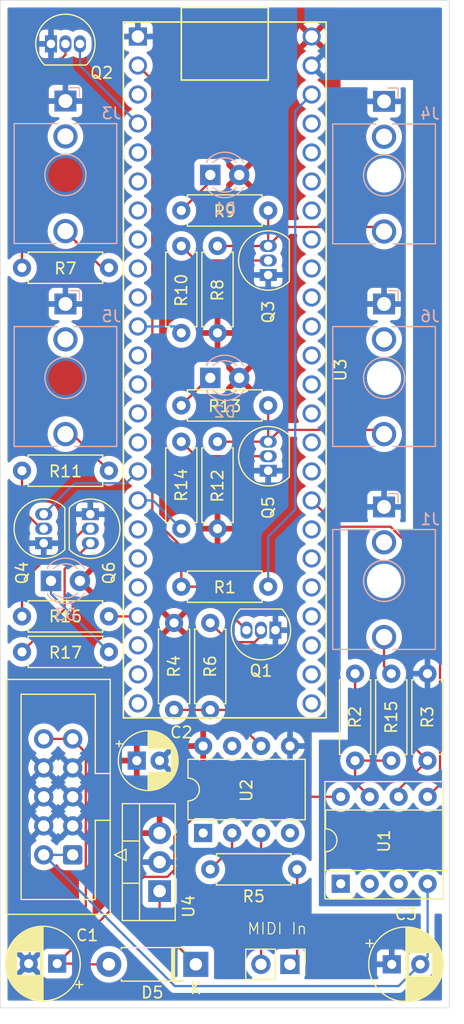
<source format=kicad_pcb>
(kicad_pcb (version 20240108) (generator "pcbnew") (generator_version "8.0")
  (layers (0 "F.Cu" signal) (31 "B.Cu" signal) (34 "B.Paste" user) (35 "F.Paste" user) (36 "B.SilkS" user "B.Silkscreen") (37 "F.SilkS" user "F.Silkscreen") (38 "B.Mask" user) (39 "F.Mask" user) (44 "Edge.Cuts" user))
  (net 0 "")
  (net 1 "GNDD")
  (net 2 "+12V")
  (net 3 "+5V")
  (net 4 "-12V")
  (net 5 "Net-(D1-K)")
  (net 6 "+3V3")
  (net 7 "Net-(D2-K)")
  (net 8 "MIDI In")
  (net 9 "Net-(Q1-B)")
  (net 10 "Clock In")
  (net 11 "Net-(Q2-B)")
  (net 12 "Net-(Q3-C)")
  (net 13 "Net-(Q3-B)")
  (net 14 "Reset In")
  (net 15 "Net-(Q4-B)")
  (net 16 "Net-(Q5-C)")
  (net 17 "Net-(Q5-B)")
  (net 18 "Net-(R15-Pad1)")
  (net 19 "GNDA")
  (net 20 "Net-(U2-VO)")
  (net 21 "Net-(U2-A)")
  (net 22 "Net-(J2-Pin_1)")
  (net 23 "Net-(J3-PadT)")
  (net 24 "Gate Out")
  (net 25 "Net-(J5-PadT)")
  (net 26 "Trigger Out")
  (net 27 "Net-(J1-PadT)")
  (net 28 "CV Out")
  (net 30 "Net-(J2-Pin_2)")
  (net 34 "Net-(D3-K)")
  (net 65 "Net-(Q6-B)")
  (net 66 "Net-(Q6-C)")
  (net 67 "Hold LED")
  (net 68 "Net-(U1B--)")
  (net 74 "Net-(D4-K)")
  (footprint "Diode_THT:D_DO-41_SOD81_P7.62mm_Horizontal" (layer "F.Cu") (at 88.265 115.57 180)
    (property "Reference" "D5" (at 3.81 -2.47 360) (layer "F.SilkS"))
    (property "Value" "1N4004")
    (fp_text user "K" (at 0 -2.1 360) (layer "F.SilkS"))
    (pad "1" thru_hole rect (at 0 0 180) (size 2.2 2.2) (drill 1.1) (layers "*.Cu" "*.Mask") (net 74 "Net-(D4-K)"))
    (pad "2" thru_hole oval (at 7.62 0 180) (size 2.2 2.2) (drill 1.1) (layers "*.Cu" "*.Mask") (net 2 "+12V"))
  )
  (footprint "Resistor_THT:R_Axial_DIN0207_L6.3mm_D2.5mm_P7.62mm_Horizontal" (layer "F.Cu") (at 86.36 85.66 -90)
    (property "Reference" "R4" (at 3.81 0 90) (layer "F.SilkS"))
    (property "Value" "1k")
    (pad "1" thru_hole circle (at 0 0 270) (size 1.6 1.6) (drill 0.8) (layers "*.Cu" "*.Mask") (net 3 "+5V"))
    (pad "2" thru_hole oval (at 7.62 0 270) (size 1.6 1.6) (drill 0.8) (layers "*.Cu" "*.Mask") (net 20 "Net-(U2-VO)"))
  )
  (footprint "Resistor_THT:R_Axial_DIN0207_L6.3mm_D2.5mm_P7.62mm_Horizontal" (layer "F.Cu") (at 73.025 72.325)
    (property "Reference" "R11" (at 3.81 0.065 360) (layer "F.SilkS"))
    (property "Value" "1k")
    (pad "1" thru_hole circle (at 0 0) (size 1.6 1.6) (drill 0.8) (layers "*.Cu" "*.Mask") (net 15 "Net-(Q4-B)"))
    (pad "2" thru_hole oval (at 7.62 0) (size 1.6 1.6) (drill 0.8) (layers "*.Cu" "*.Mask") (net 25 "Net-(J5-PadT)"))
  )
  (footprint "Resistor_THT:R_Axial_DIN0207_L6.3mm_D2.5mm_P7.62mm_Horizontal" (layer "F.Cu") (at 80.645 88.2 180)
    (property "Reference" "R17" (at 3.81 -0.065 360) (layer "F.SilkS"))
    (property "Value" "2k2")
    (pad "1" thru_hole circle (at 0 0 180) (size 1.6 1.6) (drill 0.8) (layers "*.Cu" "*.Mask") (net 34 "Net-(D3-K)"))
    (pad "2" thru_hole oval (at 7.62 0 180) (size 1.6 1.6) (drill 0.8) (layers "*.Cu" "*.Mask") (net 66 "Net-(Q6-C)"))
  )
  (footprint "Package_TO_SOT_THT:TO-92_Inline" (layer "F.Cu") (at 79.015 76.135 -90)
    (property "Reference" "Q6" (at 5.145 -1.63 90) (layer "F.SilkS"))
    (property "Value" "2N3904")
    (pad "1" thru_hole rect (at 0 0 270) (size 1.05 1.5) (drill 0.75) (layers "*.Cu" "*.Mask") (net 1 "GNDD"))
    (pad "2" thru_hole oval (at 1.27 0 270) (size 1.05 1.5) (drill 0.75) (layers "*.Cu" "*.Mask") (net 65 "Net-(Q6-B)"))
    (pad "3" thru_hole oval (at 2.54 0 270) (size 1.05 1.5) (drill 0.75) (layers "*.Cu" "*.Mask") (net 66 "Net-(Q6-C)"))
  )
  (footprint "Resistor_THT:R_Axial_DIN0207_L6.3mm_D2.5mm_P7.62mm_Horizontal" (layer "F.Cu") (at 90.17 69.785 -90)
    (property "Reference" "R12" (at 3.875 0 90) (layer "F.SilkS"))
    (property "Value" "1k")
    (pad "1" thru_hole circle (at 0 0 270) (size 1.6 1.6) (drill 0.8) (layers "*.Cu" "*.Mask") (net 16 "Net-(Q5-C)"))
    (pad "2" thru_hole oval (at 7.62 0 270) (size 1.6 1.6) (drill 0.8) (layers "*.Cu" "*.Mask") (net 3 "+5V"))
  )
  (footprint "Resistor_THT:R_Axial_DIN0207_L6.3mm_D2.5mm_P7.62mm_Horizontal" (layer "F.Cu") (at 89.535 93.28 90)
    (property "Reference" "R6" (at 3.81 0 90) (layer "F.SilkS"))
    (property "Value" "2k7")
    (pad "1" thru_hole circle (at 0 0 90) (size 1.6 1.6) (drill 0.8) (layers "*.Cu" "*.Mask") (net 20 "Net-(U2-VO)"))
    (pad "2" thru_hole oval (at 7.62 0 90) (size 1.6 1.6) (drill 0.8) (layers "*.Cu" "*.Mask") (net 9 "Net-(Q1-B)"))
  )
  (footprint "Connector_PinHeader_2.54mm:PinHeader_1x02_P2.54mm_Vertical" (layer "F.Cu") (at 96.52 115.57 -90)
    (property "Reference" "J2" (hide yes))
    (property "Value" "MIDI In")
    (pad "1" thru_hole rect (at 0 0 270) (size 1.7 1.7) (drill 1) (layers "*.Cu" "*.Mask") (net 22 "Net-(J2-Pin_1)"))
    (pad "2" thru_hole oval (at 0 2.54 270) (size 1.7 1.7) (drill 1) (layers "*.Cu" "*.Mask") (net 30 "Net-(J2-Pin_2)"))
  )
  (footprint "Resistor_THT:R_Axial_DIN0207_L6.3mm_D2.5mm_P7.62mm_Horizontal" (layer "F.Cu") (at 105.41 97.725 90)
    (property "Reference" "R15" (at 3.81 0 90) (layer "F.SilkS"))
    (property "Value" "1k")
    (pad "1" thru_hole circle (at 0 0 90) (size 1.6 1.6) (drill 0.8) (layers "*.Cu" "*.Mask") (net 18 "Net-(R15-Pad1)"))
    (pad "2" thru_hole oval (at 7.62 0 90) (size 1.6 1.6) (drill 0.8) (layers "*.Cu" "*.Mask") (net 27 "Net-(J1-PadT)"))
  )
  (footprint "Capacitor_THT:CP_Radial_D6.3mm_P2.50mm" (layer "F.Cu") (at 76.11238 115.505 180)
    (property "Reference" "C1" (at -2.62762 2.475 360) (layer "F.SilkS"))
    (property "Value" "100u")
    (pad "1" thru_hole rect (at 0 0 180) (size 1.6 1.6) (drill 0.8) (layers "*.Cu" "*.Mask") (net 2 "+12V"))
    (pad "2" thru_hole circle (at 2.5 0 180) (size 1.6 1.6) (drill 0.8) (layers "*.Cu" "*.Mask") (net 1 "GNDD"))
  )
  (footprint "Resistor_THT:R_Axial_DIN0207_L6.3mm_D2.5mm_P7.62mm_Horizontal" (layer "F.Cu") (at 86.995 66.61)
    (property "Reference" "R13" (at 3.81 0.065 0) (layer "F.SilkS"))
    (property "Value" "2k2")
    (pad "1" thru_hole circle (at 0 0) (size 1.6 1.6) (drill 0.8) (layers "*.Cu" "*.Mask") (net 7 "Net-(D2-K)"))
    (pad "2" thru_hole oval (at 7.62 0) (size 1.6 1.6) (drill 0.8) (layers "*.Cu" "*.Mask") (net 16 "Net-(Q5-C)"))
  )
  (footprint "Resistor_THT:R_Axial_DIN0207_L6.3mm_D2.5mm_P7.62mm_Horizontal" (layer "F.Cu") (at 97.155 107.25 180)
    (property "Reference" "R5" (at 3.81 -2.37 360) (layer "F.SilkS"))
    (property "Value" "330R")
    (pad "1" thru_hole circle (at 0 0 180) (size 1.6 1.6) (drill 0.8) (layers "*.Cu" "*.Mask") (net 22 "Net-(J2-Pin_1)"))
    (pad "2" thru_hole oval (at 7.62 0 180) (size 1.6 1.6) (drill 0.8) (layers "*.Cu" "*.Mask") (net 21 "Net-(U2-A)"))
  )
  (footprint "Connector_IDC:IDC-Header_2x05_P2.54mm_Vertical" (layer "F.Cu") (at 77.47 105.98 180)
    (property "Reference" "J7" (hide yes))
    (property "Value" "Power In")
    (pad "1" thru_hole roundrect (at 0 0 180) (size 1.7 1.7) (drill 1) (layers "*.Cu" "*.Mask") (roundrect_rratio 0.147059) (net 4 "-12V"))
    (pad "2" thru_hole circle (at 2.54 0 180) (size 1.7 1.7) (drill 1) (layers "*.Cu" "*.Mask") (net 4 "-12V"))
    (pad "3" thru_hole circle (at 0 2.54 180) (size 1.7 1.7) (drill 1) (layers "*.Cu" "*.Mask") (net 1 "GNDD"))
    (pad "4" thru_hole circle (at 2.54 2.54 180) (size 1.7 1.7) (drill 1) (layers "*.Cu" "*.Mask") (net 1 "GNDD"))
    (pad "5" thru_hole circle (at 0 5.08 180) (size 1.7 1.7) (drill 1) (layers "*.Cu" "*.Mask") (net 1 "GNDD"))
    (pad "6" thru_hole circle (at 2.54 5.08 180) (size 1.7 1.7) (drill 1) (layers "*.Cu" "*.Mask") (net 1 "GNDD"))
    (pad "7" thru_hole circle (at 0 7.62 180) (size 1.7 1.7) (drill 1) (layers "*.Cu" "*.Mask") (net 1 "GNDD"))
    (pad "8" thru_hole circle (at 2.54 7.62 180) (size 1.7 1.7) (drill 1) (layers "*.Cu" "*.Mask") (net 1 "GNDD"))
    (pad "9" thru_hole circle (at 0 10.16 180) (size 1.7 1.7) (drill 1) (layers "*.Cu" "*.Mask") (net 2 "+12V"))
    (pad "10" thru_hole circle (at 2.54 10.16 180) (size 1.7 1.7) (drill 1) (layers "*.Cu" "*.Mask") (net 2 "+12V"))
  )
  (footprint "Resistor_THT:R_Axial_DIN0207_L6.3mm_D2.5mm_P7.62mm_Horizontal" (layer "F.Cu") (at 86.995 77.405 90)
    (property "Reference" "R14" (at 3.81 0 90) (layer "F.SilkS"))
    (property "Value" "1k")
    (pad "1" thru_hole circle (at 0 0 90) (size 1.6 1.6) (drill 0.8) (layers "*.Cu" "*.Mask") (net 26 "Trigger Out"))
    (pad "2" thru_hole oval (at 7.62 0 90) (size 1.6 1.6) (drill 0.8) (layers "*.Cu" "*.Mask") (net 17 "Net-(Q5-B)"))
  )
  (footprint "Resistor_THT:R_Axial_DIN0207_L6.3mm_D2.5mm_P7.62mm_Horizontal" (layer "F.Cu") (at 80.645 85.09 180)
    (property "Reference" "R16" (at 3.81 0 360) (layer "F.SilkS"))
    (property "Value" "1k")
    (pad "1" thru_hole circle (at 0 0 180) (size 1.6 1.6) (drill 0.8) (layers "*.Cu" "*.Mask") (net 67 "Hold LED"))
    (pad "2" thru_hole oval (at 7.62 0 180) (size 1.6 1.6) (drill 0.8) (layers "*.Cu" "*.Mask") (net 65 "Net-(Q6-B)"))
  )
  (footprint "Package_TO_SOT_THT:TO-92_Inline" (layer "F.Cu") (at 94.615 55.18 90)
    (property "Reference" "Q3" (at -3.24 0 90) (layer "F.SilkS"))
    (property "Value" "2N3904")
    (pad "1" thru_hole rect (at 0 0 90) (size 1.05 1.5) (drill 0.75) (layers "*.Cu" "*.Mask") (net 1 "GNDD"))
    (pad "2" thru_hole oval (at 1.27 0 90) (size 1.05 1.5) (drill 0.75) (layers "*.Cu" "*.Mask") (net 13 "Net-(Q3-B)"))
    (pad "3" thru_hole oval (at 2.54 0 90) (size 1.05 1.5) (drill 0.75) (layers "*.Cu" "*.Mask") (net 12 "Net-(Q3-C)"))
  )
  (footprint "Resistor_THT:R_Axial_DIN0207_L6.3mm_D2.5mm_P7.62mm_Horizontal" (layer "F.Cu") (at 94.615 82.485 180)
    (property "Reference" "R1" (at 3.81 -0.065 360) (layer "F.SilkS"))
    (property "Value" "10k")
    (pad "1" thru_hole circle (at 0 0 180) (size 1.6 1.6) (drill 0.8) (layers "*.Cu" "*.Mask") (net 6 "+3V3"))
    (pad "2" thru_hole oval (at 7.62 0 180) (size 1.6 1.6) (drill 0.8) (layers "*.Cu" "*.Mask") (net 8 "MIDI In"))
  )
  (footprint "Package_DIP:DIP-8_W7.62mm_Socket" (layer "F.Cu") (at 100.975 108.51 90)
    (property "Reference" "U1" (at 3.735 3.8 90) (layer "F.SilkS"))
    (property "Value" "TL072")
    (pad "1" thru_hole rect (at 0 0 90) (size 1.6 1.6) (drill 0.8) (layers "*.Cu" "*.Mask"))
    (pad "2" thru_hole oval (at 0 2.54 90) (size 1.6 1.6) (drill 0.8) (layers "*.Cu" "*.Mask"))
    (pad "3" thru_hole oval (at 0 5.08 90) (size 1.6 1.6) (drill 0.8) (layers "*.Cu" "*.Mask"))
    (pad "4" thru_hole oval (at 0 7.62 90) (size 1.6 1.6) (drill 0.8) (layers "*.Cu" "*.Mask") (net 4 "-12V"))
    (pad "5" thru_hole oval (at 7.62 7.62 90) (size 1.6 1.6) (drill 0.8) (layers "*.Cu" "*.Mask") (net 28 "CV Out"))
    (pad "6" thru_hole oval (at 7.62 5.08 90) (size 1.6 1.6) (drill 0.8) (layers "*.Cu" "*.Mask") (net 68 "Net-(U1B--)"))
    (pad "7" thru_hole oval (at 7.62 2.54 90) (size 1.6 1.6) (drill 0.8) (layers "*.Cu" "*.Mask") (net 18 "Net-(R15-Pad1)"))
    (pad "8" thru_hole oval (at 7.62 0 90) (size 1.6 1.6) (drill 0.8) (layers "*.Cu" "*.Mask") (net 2 "+12V"))
  )
  (footprint "Resistor_THT:R_Axial_DIN0207_L6.3mm_D2.5mm_P7.62mm_Horizontal" (layer "F.Cu") (at 86.995 49.53)
    (property "Reference" "R9" (at 3.81 0.065 360) (layer "F.SilkS"))
    (property "Value" "2k2")
    (pad "1" thru_hole circle (at 0 0) (size 1.6 1.6) (drill 0.8) (layers "*.Cu" "*.Mask") (net 5 "Net-(D1-K)"))
    (pad "2" thru_hole oval (at 7.62 0) (size 1.6 1.6) (drill 0.8) (layers "*.Cu" "*.Mask") (net 12 "Net-(Q3-C)"))
  )
  (footprint "teensy:Teensy35_36" (layer "F.Cu") (at 90.805 63.5 -90)
    (property "Reference" "U3" (at 0 -10.16 90) (layer "F.SilkS"))
    (property "Value" "Teensy3.6")
    (pad "1" thru_hole rect (at -29.21 7.62 270) (size 1.6 1.6) (drill 1.1) (layers "*.Cu" "*.Mask") (net 1 "GNDD"))
    (pad "2" thru_hole circle (at -26.67 7.62 270) (size 1.6 1.6) (drill 1.1) (layers "*.Cu" "*.Mask") (net 8 "MIDI In"))
    (pad "3" thru_hole circle (at -24.13 7.62 270) (size 1.6 1.6) (drill 1.1) (layers "*.Cu" "*.Mask"))
    (pad "4" thru_hole circle (at -21.59 7.62 270) (size 1.6 1.6) (drill 1.1) (layers "*.Cu" "*.Mask") (net 10 "Clock In"))
    (pad "5" thru_hole circle (at -19.05 7.62 270) (size 1.6 1.6) (drill 1.1) (layers "*.Cu" "*.Mask"))
    (pad "6" thru_hole circle (at -16.51 7.62 270) (size 1.6 1.6) (drill 1.1) (layers "*.Cu" "*.Mask"))
    (pad "7" thru_hole circle (at -13.97 7.62 270) (size 1.6 1.6) (drill 1.1) (layers "*.Cu" "*.Mask"))
    (pad "8" thru_hole circle (at -11.43 7.62 270) (size 1.6 1.6) (drill 1.1) (layers "*.Cu" "*.Mask"))
    (pad "9" thru_hole circle (at -8.89 7.62 270) (size 1.6 1.6) (drill 1.1) (layers "*.Cu" "*.Mask"))
    (pad "10" thru_hole circle (at -6.35 7.62 270) (size 1.6 1.6) (drill 1.1) (layers "*.Cu" "*.Mask"))
    (pad "11" thru_hole circle (at -3.81 7.62 270) (size 1.6 1.6) (drill 1.1) (layers "*.Cu" "*.Mask") (net 24 "Gate Out"))
    (pad "12" thru_hole circle (at -1.27 7.62 270) (size 1.6 1.6) (drill 1.1) (layers "*.Cu" "*.Mask"))
    (pad "13" thru_hole circle (at 1.27 7.62 270) (size 1.6 1.6) (drill 1.1) (layers "*.Cu" "*.Mask"))
    (pad "14" thru_hole circle (at 3.81 7.62 270) (size 1.6 1.6) (drill 1.1) (layers "*.Cu" "*.Mask"))
    (pad "15" thru_hole circle (at 6.35 7.62 270) (size 1.6 1.6) (drill 1.1) (layers "*.Cu" "*.Mask"))
    (pad "16" thru_hole circle (at 8.89 7.62 270) (size 1.6 1.6) (drill 1.1) (layers "*.Cu" "*.Mask") (net 14 "Reset In"))
    (pad "17" thru_hole circle (at 11.43 7.62 270) (size 1.6 1.6) (drill 1.1) (layers "*.Cu" "*.Mask") (net 26 "Trigger Out"))
    (pad "18" thru_hole circle (at 13.97 7.62 270) (size 1.6 1.6) (drill 1.1) (layers "*.Cu" "*.Mask"))
    (pad "19" thru_hole circle (at 16.51 7.62 270) (size 1.6 1.6) (drill 1.1) (layers "*.Cu" "*.Mask"))
    (pad "20" thru_hole circle (at 19.05 7.62 270) (size 1.6 1.6) (drill 1.1) (layers "*.Cu" "*.Mask"))
    (pad "21" thru_hole circle (at 21.59 7.62 270) (size 1.6 1.6) (drill 1.1) (layers "*.Cu" "*.Mask") (net 67 "Hold LED"))
    (pad "22" thru_hole circle (at 24.13 7.62 270) (size 1.6 1.6) (drill 1.1) (layers "*.Cu" "*.Mask"))
    (pad "23" thru_hole circle (at 26.67 7.62 270) (size 1.6 1.6) (drill 1.1) (layers "*.Cu" "*.Mask"))
    (pad "24" thru_hole circle (at 29.21 7.62 270) (size 1.6 1.6) (drill 1.1) (layers "*.Cu" "*.Mask"))
    (pad "30" thru_hole circle (at 29.21 -7.62 270) (size 1.6 1.6) (drill 1.1) (layers "*.Cu" "*.Mask"))
    (pad "31" thru_hole circle (at 26.67 -7.62 270) (size 1.6 1.6) (drill 1.1) (layers "*.Cu" "*.Mask"))
    (pad "32" thru_hole circle (at 24.13 -7.62 270) (size 1.6 1.6) (drill 1.1) (layers "*.Cu" "*.Mask"))
    (pad "33" thru_hole circle (at 21.59 -7.62 270) (size 1.6 1.6) (drill 1.1) (layers "*.Cu" "*.Mask"))
    (pad "34" thru_hole circle (at 19.05 -7.62 270) (size 1.6 1.6) (drill 1.1) (layers "*.Cu" "*.Mask"))
    (pad "35" thru_hole circle (at 16.51 -7.62 270) (size 1.6 1.6) (drill 1.1) (layers "*.Cu" "*.Mask"))
    (pad "36" thru_hole circle (at 13.97 -7.62 270) (size 1.6 1.6) (drill 1.1) (layers "*.Cu" "*.Mask"))
    (pad "37" thru_hole circle (at 11.43 -7.62 270) (size 1.6 1.6) (drill 1.1) (layers "*.Cu" "*.Mask") (net 28 "CV Out"))
    (pad "38" thru_hole circle (at 8.89 -7.62 270) (size 1.6 1.6) (drill 1.1) (layers "*.Cu" "*.Mask"))
    (pad "39" thru_hole circle (at 6.35 -7.62 270) (size 1.6 1.6) (drill 1.1) (layers "*.Cu" "*.Mask"))
    (pad "40" thru_hole circle (at 3.81 -7.62 270) (size 1.6 1.6) (drill 1.1) (layers "*.Cu" "*.Mask"))
    (pad "41" thru_hole circle (at 1.27 -7.62 270) (size 1.6 1.6) (drill 1.1) (layers "*.Cu" "*.Mask"))
    (pad "42" thru_hole circle (at -1.27 -7.62 270) (size 1.6 1.6) (drill 1.1) (layers "*.Cu" "*.Mask"))
    (pad "43" thru_hole circle (at -3.81 -7.62 270) (size 1.6 1.6) (drill 1.1) (layers "*.Cu" "*.Mask"))
    (pad "44" thru_hole circle (at -6.35 -7.62 270) (size 1.6 1.6) (drill 1.1) (layers "*.Cu" "*.Mask"))
    (pad "45" thru_hole circle (at -8.89 -7.62 270) (size 1.6 1.6) (drill 1.1) (layers "*.Cu" "*.Mask"))
    (pad "46" thru_hole circle (at -11.43 -7.62 270) (size 1.6 1.6) (drill 1.1) (layers "*.Cu" "*.Mask"))
    (pad "47" thru_hole circle (at -13.97 -7.62 270) (size 1.6 1.6) (drill 1.1) (layers "*.Cu" "*.Mask"))
    (pad "48" thru_hole circle (at -16.51 -7.62 270) (size 1.6 1.6) (drill 1.1) (layers "*.Cu" "*.Mask"))
    (pad "49" thru_hole circle (at -19.05 -7.62 270) (size 1.6 1.6) (drill 1.1) (layers "*.Cu" "*.Mask"))
    (pad "50" thru_hole circle (at -21.59 -7.62 270) (size 1.6 1.6) (drill 1.1) (layers "*.Cu" "*.Mask"))
    (pad "51" thru_hole circle (at -24.13 -7.62 270) (size 1.6 1.6) (drill 1.1) (layers "*.Cu" "*.Mask") (net 6 "+3V3"))
    (pad "52" thru_hole circle (at -26.67 -7.62 270) (size 1.6 1.6) (drill 1.1) (layers "*.Cu" "*.Mask") (net 19 "GNDA"))
    (pad "53" thru_hole circle (at -29.21 -7.62 270) (size 1.6 1.6) (drill 1.1) (layers "*.Cu" "*.Mask") (net 3 "+5V"))
  )
  (footprint "Package_TO_SOT_THT:TO-92_Inline" (layer "F.Cu") (at 74.93 78.675 90)
    (property "Reference" "Q4" (at -2.605 -1.905 90) (layer "F.SilkS"))
    (property "Value" "2N3904")
    (pad "1" thru_hole rect (at 0 0 90) (size 1.05 1.5) (drill 0.75) (layers "*.Cu" "*.Mask") (net 1 "GNDD"))
    (pad "2" thru_hole oval (at 1.27 0 90) (size 1.05 1.5) (drill 0.75) (layers "*.Cu" "*.Mask") (net 15 "Net-(Q4-B)"))
    (pad "3" thru_hole oval (at 2.54 0 90) (size 1.05 1.5) (drill 0.75) (layers "*.Cu" "*.Mask") (net 14 "Reset In"))
  )
  (footprint "Capacitor_THT:CP_Radial_D5.0mm_P2.00mm" (layer "F.Cu") (at 83.09 97.725)
    (property "Reference" "C2" (at 3.905 -2.475 0) (layer "F.SilkS"))
    (property "Value" "10u")
    (pad "1" thru_hole rect (at 0 0) (size 1.6 1.6) (drill 0.8) (layers "*.Cu" "*.Mask") (net 3 "+5V"))
    (pad "2" thru_hole circle (at 2 0) (size 1.6 1.6) (drill 0.8) (layers "*.Cu" "*.Mask") (net 1 "GNDD"))
  )
  (footprint "Resistor_THT:R_Axial_DIN0207_L6.3mm_D2.5mm_P7.62mm_Horizontal" (layer "F.Cu") (at 90.17 52.64 -90)
    (property "Reference" "R8" (at 3.875 0 90) (layer "F.SilkS"))
    (property "Value" "1k")
    (pad "1" thru_hole circle (at 0 0 270) (size 1.6 1.6) (drill 0.8) (layers "*.Cu" "*.Mask") (net 12 "Net-(Q3-C)"))
    (pad "2" thru_hole oval (at 7.62 0 270) (size 1.6 1.6) (drill 0.8) (layers "*.Cu" "*.Mask") (net 3 "+5V"))
  )
  (footprint "Package_TO_SOT_THT:TO-92_Inline" (layer "F.Cu") (at 75.565 34.935)
    (property "Reference" "Q2" (at 4.445 2.53 0) (layer "F.SilkS"))
    (property "Value" "2N3904")
    (pad "1" thru_hole rect (at 0 0) (size 1.05 1.5) (drill 0.75) (layers "*.Cu" "*.Mask") (net 1 "GNDD"))
    (pad "2" thru_hole oval (at 1.27 0) (size 1.05 1.5) (drill 0.75) (layers "*.Cu" "*.Mask") (net 11 "Net-(Q2-B)"))
    (pad "3" thru_hole oval (at 2.54 0) (size 1.05 1.5) (drill 0.75) (layers "*.Cu" "*.Mask") (net 10 "Clock In"))
  )
  (footprint "Package_TO_SOT_THT:TO-220-3_Vertical" (layer "F.Cu") (at 85.09 109.155 90)
    (property "Reference" "U4" (at -1.335 2.54 90) (layer "F.SilkS"))
    (property "Value" "LM7805_TO220")
    (pad "1" thru_hole rect (at 0 0 90) (size 1.905 2) (drill 1.1) (layers "*.Cu" "*.Mask") (net 74 "Net-(D4-K)"))
    (pad "2" thru_hole oval (at 2.54 0 90) (size 1.905 2) (drill 1.1) (layers "*.Cu" "*.Mask") (net 1 "GNDD"))
    (pad "3" thru_hole oval (at 5.08 0 90) (size 1.905 2) (drill 1.1) (layers "*.Cu" "*.Mask") (net 3 "+5V"))
  )
  (footprint "Resistor_THT:R_Axial_DIN0207_L6.3mm_D2.5mm_P7.62mm_Horizontal" (layer "F.Cu") (at 73.025 54.545)
    (property "Reference" "R7" (at 3.81 0.065 0) (layer "F.SilkS"))
    (property "Value" "1k")
    (pad "1" thru_hole circle (at 0 0) (size 1.6 1.6) (drill 0.8) (layers "*.Cu" "*.Mask") (net 11 "Net-(Q2-B)"))
    (pad "2" thru_hole oval (at 7.62 0) (size 1.6 1.6) (drill 0.8) (layers "*.Cu" "*.Mask") (net 23 "Net-(J3-PadT)"))
  )
  (footprint "Package_DIP:DIP-8_W7.62mm" (layer "F.Cu") (at 88.91 104.065 90)
    (property "Reference" "U2" (at 3.735 3.8 90) (layer "F.SilkS"))
    (property "Value" "6N137")
    (pad "1" thru_hole rect (at 0 0 90) (size 1.6 1.6) (drill 0.8) (layers "*.Cu" "*.Mask"))
    (pad "2" thru_hole oval (at 0 2.54 90) (size 1.6 1.6) (drill 0.8) (layers "*.Cu" "*.Mask") (net 21 "Net-(U2-A)"))
    (pad "3" thru_hole oval (at 0 5.08 90) (size 1.6 1.6) (drill 0.8) (layers "*.Cu" "*.Mask") (net 30 "Net-(J2-Pin_2)"))
    (pad "4" thru_hole oval (at 0 7.62 90) (size 1.6 1.6) (drill 0.8) (layers "*.Cu" "*.Mask"))
    (pad "5" thru_hole oval (at 7.62 7.62 90) (size 1.6 1.6) (drill 0.8) (layers "*.Cu" "*.Mask") (net 1 "GNDD"))
    (pad "6" thru_hole oval (at 7.62 5.08 90) (size 1.6 1.6) (drill 0.8) (layers "*.Cu" "*.Mask") (net 20 "Net-(U2-VO)"))
    (pad "7" thru_hole oval (at 7.62 2.54 90) (size 1.6 1.6) (drill 0.8) (layers "*.Cu" "*.Mask"))
    (pad "8" thru_hole oval (at 7.62 0 90) (size 1.6 1.6) (drill 0.8) (layers "*.Cu" "*.Mask") (net 3 "+5V"))
  )
  (footprint "Capacitor_THT:CP_Radial_D6.3mm_P2.50mm" (layer "F.Cu") (at 105.45 115.57)
    (property "Reference" "C3" (at 1.25 -4.4 0) (layer "F.SilkS"))
    (property "Value" "100u")
    (pad "1" thru_hole rect (at 0 0) (size 1.6 1.6) (drill 0.8) (layers "*.Cu" "*.Mask") (net 1 "GNDD"))
    (pad "2" thru_hole circle (at 2.5 0) (size 1.6 1.6) (drill 0.8) (layers "*.Cu" "*.Mask") (net 4 "-12V"))
  )
  (footprint "Resistor_THT:R_Axial_DIN0207_L6.3mm_D2.5mm_P7.62mm_Horizontal" (layer "F.Cu") (at 102.235 90.105 -90)
    (property "Reference" "R2" (at 3.81 0 90) (layer "F.SilkS"))
    (property "Value" "3k9")
    (pad "1" thru_hole circle (at 0 0 270) (size 1.6 1.6) (drill 0.8) (layers "*.Cu" "*.Mask") (net 68 "Net-(U1B--)"))
    (pad "2" thru_hole oval (at 7.62 0 270) (size 1.6 1.6) (drill 0.8) (layers "*.Cu" "*.Mask") (net 18 "Net-(R15-Pad1)"))
  )
  (footprint "Package_TO_SOT_THT:TO-92_Inline" (layer "F.Cu") (at 94.615 72.325 90)
    (property "Reference" "Q5" (at -3.24 0 90) (layer "F.SilkS"))
    (property "Value" "2N3904")
    (pad "1" thru_hole rect (at 0 0 90) (size 1.05 1.5) (drill 0.75) (layers "*.Cu" "*.Mask") (net 1 "GNDD"))
    (pad "2" thru_hole oval (at 1.27 0 90) (size 1.05 1.5) (drill 0.75) (layers "*.Cu" "*.Mask") (net 17 "Net-(Q5-B)"))
    (pad "3" thru_hole oval (at 2.54 0 90) (size 1.05 1.5) (drill 0.75) (layers "*.Cu" "*.Mask") (net 16 "Net-(Q5-C)"))
  )
  (footprint "Resistor_THT:R_Axial_DIN0207_L6.3mm_D2.5mm_P7.62mm_Horizontal" (layer "F.Cu") (at 108.585 97.725 90)
    (property "Reference" "R3" (at 3.81 0 90) (layer "F.SilkS"))
    (property "Value" "6k8")
    (pad "1" thru_hole circle (at 0 0 90) (size 1.6 1.6) (drill 0.8) (layers "*.Cu" "*.Mask") (net 68 "Net-(U1B--)"))
    (pad "2" thru_hole oval (at 7.62 0 90) (size 1.6 1.6) (drill 0.8) (layers "*.Cu" "*.Mask") (net 19 "GNDA"))
  )
  (footprint "Package_TO_SOT_THT:TO-92_Inline" (layer "F.Cu") (at 95.25 86.295 180)
    (property "Reference" "Q1" (at 1.27 -3.56 360) (layer "F.SilkS"))
    (property "Value" "2N3904")
    (pad "1" thru_hole rect (at 0 0 180) (size 1.05 1.5) (drill 0.75) (layers "*.Cu" "*.Mask") (net 1 "GNDD"))
    (pad "2" thru_hole oval (at 1.27 0 180) (size 1.05 1.5) (drill 0.75) (layers "*.Cu" "*.Mask") (net 9 "Net-(Q1-B)"))
    (pad "3" thru_hole oval (at 2.54 0 180) (size 1.05 1.5) (drill 0.75) (layers "*.Cu" "*.Mask") (net 8 "MIDI In"))
  )
  (footprint "Resistor_THT:R_Axial_DIN0207_L6.3mm_D2.5mm_P7.62mm_Horizontal" (layer "F.Cu") (at 86.995 60.26 90)
    (property "Reference" "R10" (at 3.745 0 90) (layer "F.SilkS"))
    (property "Value" "1k")
    (pad "1" thru_hole circle (at 0 0 90) (size 1.6 1.6) (drill 0.8) (layers "*.Cu" "*.Mask") (net 24 "Gate Out"))
    (pad "2" thru_hole oval (at 7.62 0 90) (size 1.6 1.6) (drill 0.8) (layers "*.Cu" "*.Mask") (net 13 "Net-(Q3-B)"))
  )
  (footprint "Connector_Audio:Jack_3.5mm_QingPu_WQP-PJ398SM_Vertical_CircularHoles" (layer "B.Cu") (at 76.835 39.94 180)
    (property "Reference" "J3" (at -4.03 -1.08 360) (layer "B.SilkS") (effects (justify mirror)))
    (property "Value" "Clock In")
    (pad "S" thru_hole rect (at 0 0) (size 1.93 1.83) (drill 1.22) (layers "*.Cu" "*.Mask") (net 1 "GNDD"))
    (pad "T" thru_hole circle (at 0 -11.4) (size 2.13 2.13) (drill 1.43) (layers "*.Cu" "*.Mask") (net 23 "Net-(J3-PadT)"))
    (pad "TN" thru_hole circle (at 0 -3.1) (size 2.13 2.13) (drill 1.42) (layers "*.Cu" "*.Mask"))
    (zone (net 0) (net_name "") (layer "B.Cu") (connect_pads (clearance 0)) (min_thickness 0.254)
      (keepout (tracks not_allowed) (vias not_allowed) (pads not_allowed) (copperpour not_allowed) (footprints not_allowed))
      (fill (thermal_gap 0.508) (thermal_bridge_width 0.508))
      (polygon (pts (xy 75.329859 46.42) (xy 75.35007 46.174171) (xy 75.410159 45.934945) (xy 75.508514 45.708744) (xy 75.642492 45.501645) (xy 75.808496 45.31921) (xy 76.002068 45.166336) (xy 76.218008 45.047131) (xy 76.450518 44.964794) (xy 76.693354 44.921539) (xy 76.939993 44.918525) (xy 77.183813 44.955835) (xy 77.418266 45.032466) (xy 77.637054 45.14636) (xy 77.834303 45.294458) (xy 78.004714 45.472784) (xy 78.143712 45.676548) (xy 78.247564 45.900278) (xy 78.313481 46.137965) (xy 78.339692 46.383226) (xy 78.325493 46.629475) (xy 78.271266 46.870099) (xy 78.178468 47.098634) (xy 78.049589 47.308945) (xy 77.888092 47.495382) (xy 77.698313 47.652939) (xy 77.48535 47.777385) (xy 77.254921 47.865377) (xy 77.013215 47.914553) (xy 76.766722 47.923592) (xy 76.522064 47.89225) (xy 76.285809 47.82137) (xy 76.064303 47.712856) (xy 75.863495 47.569621) (xy 75.688777 47.395512) (xy 75.544842 47.195205) (xy 75.435555 46.974079) (xy 75.363851 46.738074) (xy 75.331656 46.493526)))
    )
  )
  (footprint "Connector_Audio:Jack_3.5mm_QingPu_WQP-PJ398SM_Vertical_CircularHoles" (layer "B.Cu") (at 104.775 57.72 180)
    (property "Reference" "J6" (at -4.03 -1.08 360) (layer "B.SilkS") (effects (justify mirror)))
    (property "Value" "Trigger Out")
    (pad "S" thru_hole rect (at 0 0) (size 1.93 1.83) (drill 1.22) (layers "*.Cu" "*.Mask") (net 1 "GNDD"))
    (pad "T" thru_hole circle (at 0 -11.4) (size 2.13 2.13) (drill 1.43) (layers "*.Cu" "*.Mask") (net 16 "Net-(Q5-C)"))
    (pad "TN" thru_hole circle (at 0 -3.1) (size 2.13 2.13) (drill 1.42) (layers "*.Cu" "*.Mask"))
    (zone (net 0) (net_name "") (layer "B.Cu") (connect_pads (clearance 0)) (min_thickness 0.254)
      (keepout (tracks not_allowed) (vias not_allowed) (pads not_allowed) (copperpour not_allowed) (footprints not_allowed))
      (fill (thermal_gap 0.508) (thermal_bridge_width 0.508))
      (polygon (pts (xy 103.269859 64.2) (xy 103.29007 63.954171) (xy 103.350159 63.714945) (xy 103.448514 63.488744) (xy 103.582492 63.281645) (xy 103.748496 63.09921) (xy 103.942068 62.946336) (xy 104.158008 62.827131) (xy 104.390518 62.744794) (xy 104.633354 62.701539) (xy 104.879993 62.698525) (xy 105.123813 62.735835) (xy 105.358266 62.812466) (xy 105.577054 62.92636) (xy 105.774303 63.074458) (xy 105.944714 63.252784) (xy 106.083712 63.456548) (xy 106.187564 63.680278) (xy 106.253481 63.917965) (xy 106.279692 64.163226) (xy 106.265493 64.409475) (xy 106.211266 64.650099) (xy 106.118468 64.878634) (xy 105.989589 65.088945) (xy 105.828092 65.275382) (xy 105.638313 65.432939) (xy 105.42535 65.557385) (xy 105.194921 65.645377) (xy 104.953215 65.694553) (xy 104.706722 65.703592) (xy 104.462064 65.67225) (xy 104.225809 65.60137) (xy 104.004303 65.492856) (xy 103.803495 65.349621) (xy 103.628777 65.175512) (xy 103.484842 64.975205) (xy 103.375555 64.754079) (xy 103.303851 64.518074) (xy 103.271656 64.273526)))
    )
  )
  (footprint "Connector_Audio:Jack_3.5mm_QingPu_WQP-PJ398SM_Vertical_CircularHoles" (layer "B.Cu") (at 104.775 75.5 180)
    (property "Reference" "J1" (at -4.03 -1.08 360) (layer "B.SilkS") (effects (justify mirror)))
    (property "Value" "CV Out")
    (pad "S" thru_hole rect (at 0 0) (size 1.93 1.83) (drill 1.22) (layers "*.Cu" "*.Mask") (net 1 "GNDD"))
    (pad "T" thru_hole circle (at 0 -11.4) (size 2.13 2.13) (drill 1.43) (layers "*.Cu" "*.Mask") (net 27 "Net-(J1-PadT)"))
    (pad "TN" thru_hole circle (at 0 -3.1) (size 2.13 2.13) (drill 1.42) (layers "*.Cu" "*.Mask"))
    (zone (net 0) (net_name "") (layer "B.Cu") (connect_pads (clearance 0)) (min_thickness 0.254)
      (keepout (tracks not_allowed) (vias not_allowed) (pads not_allowed) (copperpour not_allowed) (footprints not_allowed))
      (fill (thermal_gap 0.508) (thermal_bridge_width 0.508))
      (polygon (pts (xy 103.269859 81.98) (xy 103.29007 81.734171) (xy 103.350159 81.494945) (xy 103.448514 81.268744) (xy 103.582492 81.061645) (xy 103.748496 80.87921) (xy 103.942068 80.726336) (xy 104.158008 80.607131) (xy 104.390518 80.524794) (xy 104.633354 80.481539) (xy 104.879993 80.478525) (xy 105.123813 80.515835) (xy 105.358266 80.592466) (xy 105.577054 80.70636) (xy 105.774303 80.854458) (xy 105.944714 81.032784) (xy 106.083712 81.236548) (xy 106.187564 81.460278) (xy 106.253481 81.697965) (xy 106.279692 81.943226) (xy 106.265493 82.189475) (xy 106.211266 82.430099) (xy 106.118468 82.658634) (xy 105.989589 82.868945) (xy 105.828092 83.055382) (xy 105.638313 83.212939) (xy 105.42535 83.337385) (xy 105.194921 83.425377) (xy 104.953215 83.474553) (xy 104.706722 83.483592) (xy 104.462064 83.45225) (xy 104.225809 83.38137) (xy 104.004303 83.272856) (xy 103.803495 83.129621) (xy 103.628777 82.955512) (xy 103.484842 82.755205) (xy 103.375555 82.534079) (xy 103.303851 82.298074) (xy 103.271656 82.053526)))
    )
  )
  (footprint "LED_THT:LED_D3.0mm" (layer "B.Cu") (at 89.535 64.197)
    (property "Reference" "D2" (at 1.27 2.96 360) (layer "B.SilkS") (effects (justify mirror)))
    (property "Value" "LED")
    (pad "1" thru_hole rect (at 0 0) (size 1.8 1.8) (drill 0.9) (layers "*.Cu" "*.Mask") (net 7 "Net-(D2-K)"))
    (pad "2" thru_hole circle (at 2.54 0) (size 1.8 1.8) (drill 0.9) (layers "*.Cu" "*.Mask") (net 3 "+5V"))
  )
  (footprint "Connector_Audio:Jack_3.5mm_QingPu_WQP-PJ398SM_Vertical_CircularHoles" (layer "B.Cu") (at 76.835 57.72 180)
    (property "Reference" "J5" (at -4.03 -1.08 360) (layer "B.SilkS") (effects (justify mirror)))
    (property "Value" "Reset In")
    (pad "S" thru_hole rect (at 0 0) (size 1.93 1.83) (drill 1.22) (layers "*.Cu" "*.Mask") (net 1 "GNDD"))
    (pad "T" thru_hole circle (at 0 -11.4) (size 2.13 2.13) (drill 1.43) (layers "*.Cu" "*.Mask") (net 25 "Net-(J5-PadT)"))
    (pad "TN" thru_hole circle (at 0 -3.1) (size 2.13 2.13) (drill 1.42) (layers "*.Cu" "*.Mask"))
    (zone (net 0) (net_name "") (layer "B.Cu") (connect_pads (clearance 0)) (min_thickness 0.254)
      (keepout (tracks not_allowed) (vias not_allowed) (pads not_allowed) (copperpour not_allowed) (footprints not_allowed))
      (fill (thermal_gap 0.508) (thermal_bridge_width 0.508))
      (polygon (pts (xy 75.329859 64.2) (xy 75.35007 63.954171) (xy 75.410159 63.714945) (xy 75.508514 63.488744) (xy 75.642492 63.281645) (xy 75.808496 63.09921) (xy 76.002068 62.946336) (xy 76.218008 62.827131) (xy 76.450518 62.744794) (xy 76.693354 62.701539) (xy 76.939993 62.698525) (xy 77.183813 62.735835) (xy 77.418266 62.812466) (xy 77.637054 62.92636) (xy 77.834303 63.074458) (xy 78.004714 63.252784) (xy 78.143712 63.456548) (xy 78.247564 63.680278) (xy 78.313481 63.917965) (xy 78.339692 64.163226) (xy 78.325493 64.409475) (xy 78.271266 64.650099) (xy 78.178468 64.878634) (xy 78.049589 65.088945) (xy 77.888092 65.275382) (xy 77.698313 65.432939) (xy 77.48535 65.557385) (xy 77.254921 65.645377) (xy 77.013215 65.694553) (xy 76.766722 65.703592) (xy 76.522064 65.67225) (xy 76.285809 65.60137) (xy 76.064303 65.492856) (xy 75.863495 65.349621) (xy 75.688777 65.175512) (xy 75.544842 64.975205) (xy 75.435555 64.754079) (xy 75.363851 64.518074) (xy 75.331656 64.273526)))
    )
  )
  (footprint "Connector_Audio:Jack_3.5mm_QingPu_WQP-PJ398SM_Vertical_CircularHoles" (layer "B.Cu") (at 104.775 39.97 180)
    (property "Reference" "J4" (at -4.03 -1.08 360) (layer "B.SilkS") (effects (justify mirror)))
    (property "Value" "Gate Out")
    (pad "S" thru_hole rect (at 0 0) (size 1.93 1.83) (drill 1.22) (layers "*.Cu" "*.Mask") (net 1 "GNDD"))
    (pad "T" thru_hole circle (at 0 -11.4) (size 2.13 2.13) (drill 1.43) (layers "*.Cu" "*.Mask") (net 12 "Net-(Q3-C)"))
    (pad "TN" thru_hole circle (at 0 -3.1) (size 2.13 2.13) (drill 1.42) (layers "*.Cu" "*.Mask"))
    (zone (net 0) (net_name "") (layer "B.Cu") (connect_pads (clearance 0)) (min_thickness 0.254)
      (keepout (tracks not_allowed) (vias not_allowed) (pads not_allowed) (copperpour not_allowed) (footprints not_allowed))
      (fill (thermal_gap 0.508) (thermal_bridge_width 0.508))
      (polygon (pts (xy 103.269859 46.45) (xy 103.29007 46.204171) (xy 103.350159 45.964945) (xy 103.448514 45.738744) (xy 103.582492 45.531645) (xy 103.748496 45.34921) (xy 103.942068 45.196336) (xy 104.158008 45.077131) (xy 104.390518 44.994794) (xy 104.633354 44.951539) (xy 104.879993 44.948525) (xy 105.123813 44.985835) (xy 105.358266 45.062466) (xy 105.577054 45.17636) (xy 105.774303 45.324458) (xy 105.944714 45.502784) (xy 106.083712 45.706548) (xy 106.187564 45.930278) (xy 106.253481 46.167965) (xy 106.279692 46.413226) (xy 106.265493 46.659475) (xy 106.211266 46.900099) (xy 106.118468 47.128634) (xy 105.989589 47.338945) (xy 105.828092 47.525382) (xy 105.638313 47.682939) (xy 105.42535 47.807385) (xy 105.194921 47.895377) (xy 104.953215 47.944553) (xy 104.706722 47.953592) (xy 104.462064 47.92225) (xy 104.225809 47.85137) (xy 104.004303 47.742856) (xy 103.803495 47.599621) (xy 103.628777 47.425512) (xy 103.484842 47.225205) (xy 103.375555 47.004079) (xy 103.303851 46.768074) (xy 103.271656 46.523526)))
    )
  )
  (footprint "LED_THT:LED_D3.0mm" (layer "B.Cu") (at 89.535 46.417)
    (property "Reference" "D1" (at 1.27 2.96 360) (layer "B.SilkS") (effects (justify mirror)))
    (property "Value" "LED")
    (pad "1" thru_hole rect (at 0 0) (size 1.8 1.8) (drill 0.9) (layers "*.Cu" "*.Mask") (net 5 "Net-(D1-K)"))
    (pad "2" thru_hole circle (at 2.54 0) (size 1.8 1.8) (drill 0.9) (layers "*.Cu" "*.Mask") (net 3 "+5V"))
  )
  (footprint "LED_THT:LED_D3.0mm" (layer "B.Cu") (at 75.565 81.977)
    (property "Reference" "D3" (at 1.27 2.96 360) (layer "B.SilkS") (effects (justify mirror)))
    (property "Value" "Hold")
    (pad "1" thru_hole rect (at 0 0) (size 1.8 1.8) (drill 0.9) (layers "*.Cu" "*.Mask") (net 34 "Net-(D3-K)"))
    (pad "2" thru_hole circle (at 2.54 0) (size 1.8 1.8) (drill 0.9) (layers "*.Cu" "*.Mask") (net 3 "+5V"))
  )
  (gr_rect (start 71.12 31.115) (end 110.49 119.38) (stroke (width 0.05)) (fill none) (layer "Edge.Cuts"))
  (gr_text "MIDI In" (at 92.71 113.03 0) (layer "F.SilkS") (effects (font (size 1 1) (thickness 0.1)) (justify left bottom)))
  (segment (start 73.7 104.67) (end 73.7 115.505) (width 0.2) (layer "B.Cu") (net 1))
  (segment (start 74.93 103.44) (end 73.7 104.67) (width 0.2) (layer "B.Cu") (net 1))
  (segment (start 85.7725 107.9025) (end 83.71488 107.9025) (width 0.2) (layer "F.Cu") (net 2))
  (segment (start 89.885 100.89) (end 86.39 104.385) (width 0.2) (layer "F.Cu") (net 2))
  (segment (start 77.47 95.82) (end 77.47 95.885) (width 0.2) (layer "F.Cu") (net 2))
  (segment (start 78.62 112.99738) (end 76.11238 115.505) (width 0.2) (layer "F.Cu") (net 2))
  (segment (start 77.405 115.505) (end 77.47 115.57) (width 0.2) (layer "F.Cu") (net 2))
  (segment (start 86.39 104.385) (end 86.39 107.285) (width 0.2) (layer "F.Cu") (net 2))
  (segment (start 100.975 100.89) (end 89.885 100.89) (width 0.2) (layer "F.Cu") (net 2))
  (segment (start 86.39 107.285) (end 85.7725 107.9025) (width 0.2) (layer "F.Cu") (net 2))
  (segment (start 77.47 115.57) (end 80.645 115.57) (width 0.2) (layer "F.Cu") (net 2))
  (segment (start 76.11238 115.505) (end 77.405 115.505) (width 0.2) (layer "F.Cu") (net 2))
  (segment (start 74.93 95.82) (end 77.47 95.82) (width 0.2) (layer "F.Cu") (net 2))
  (segment (start 77.47 95.885) (end 78.62 97.035) (width 0.2) (layer "F.Cu") (net 2))
  (segment (start 83.71488 107.9025) (end 76.11238 115.505) (width 0.2) (layer "F.Cu") (net 2))
  (segment (start 78.62 97.035) (end 78.62 112.99738) (width 0.2) (layer "F.Cu") (net 2))
  (segment (start 74.93 105.98) (end 86.425 117.475) (width 0.2) (layer "B.Cu") (net 4))
  (segment (start 74.93 105.98) (end 77.47 105.98) (width 0.2) (layer "B.Cu") (net 4))
  (segment (start 108.595 114.925) (end 107.95 115.57) (width 0.2) (layer "B.Cu") (net 4))
  (segment (start 86.425 117.475) (end 106.045 117.475) (width 0.2) (layer "B.Cu") (net 4))
  (segment (start 106.045 117.475) (end 107.95 115.57) (width 0.2) (layer "B.Cu") (net 4))
  (segment (start 108.595 108.51) (end 108.595 114.925) (width 0.2) (layer "B.Cu") (net 4))
  (segment (start 86.995 49.53) (end 89.535 46.99) (width 0.2) (layer "F.Cu") (net 5))
  (segment (start 89.535 46.99) (end 89.535 46.417) (width 0.2) (layer "F.Cu") (net 5))
  (segment (start 94.615 82.485) (end 94.615 78.105) (width 0.2) (layer "B.Cu") (net 6))
  (segment (start 96.985 40.81) (end 98.425 39.37) (width 0.2) (layer "B.Cu") (net 6))
  (segment (start 96.985 75.735) (end 96.985 40.81) (width 0.2) (layer "B.Cu") (net 6))
  (segment (start 94.615 78.105) (end 96.985 75.735) (width 0.2) (layer "B.Cu") (net 6))
  (segment (start 89.408 64.197) (end 89.535 64.197) (width 0.2) (layer "F.Cu") (net 7))
  (segment (start 86.995 66.61) (end 89.408 64.197) (width 0.2) (layer "F.Cu") (net 7))
  (segment (start 84.455 38.1) (end 83.185 36.83) (width 0.2) (layer "F.Cu") (net 8))
  (segment (start 86.995 82.485) (end 86.995 78.960635) (width 0.2) (layer "F.Cu") (net 8))
  (segment (start 86.995 78.960635) (end 84.455 76.420635) (width 0.2) (layer "F.Cu") (net 8))
  (segment (start 84.455 76.420635) (end 84.455 38.1) (width 0.2) (layer "F.Cu") (net 8))
  (segment (start 86.995 82.485) (end 88.9 82.485) (width 0.2) (layer "F.Cu") (net 8))
  (segment (start 88.9 82.485) (end 92.71 86.295) (width 0.2) (layer "F.Cu") (net 8))
  (segment (start 93.43 87.345) (end 93.98 86.795) (width 0.2) (layer "F.Cu") (net 9))
  (segment (start 89.535 85.66) (end 91.22 87.345) (width 0.2) (layer "F.Cu") (net 9))
  (segment (start 93.98 86.795) (end 93.98 86.295) (width 0.2) (layer "F.Cu") (net 9))
  (segment (start 91.22 87.345) (end 93.43 87.345) (width 0.2) (layer "F.Cu") (net 9))
  (segment (start 83.185 41.91) (end 78.105 36.83) (width 0.2) (layer "B.Cu") (net 10))
  (segment (start 78.105 36.83) (end 78.105 34.935) (width 0.2) (layer "B.Cu") (net 10))
  (segment (start 76.835 34.935) (end 76.835 35.885) (width 0.2) (layer "F.Cu") (net 11))
  (segment (start 73.025 39.695) (end 73.025 54.545) (width 0.2) (layer "F.Cu") (net 11))
  (segment (start 76.835 35.885) (end 73.025 39.695) (width 0.2) (layer "F.Cu") (net 11))
  (segment (start 104.375 50.97) (end 96.285 50.97) (width 0.2) (layer "F.Cu") (net 12))
  (segment (start 96.285 50.97) (end 94.615 52.64) (width 0.2) (layer "F.Cu") (net 12))
  (segment (start 94.615 49.53) (end 94.615 52.64) (width 0.2) (layer "F.Cu") (net 12))
  (segment (start 104.775 51.37) (end 104.375 50.97) (width 0.2) (layer "F.Cu") (net 12))
  (segment (start 94.615 52.64) (end 90.17 52.64) (width 0.2) (layer "F.Cu") (net 12))
  (segment (start 86.995 52.64) (end 88.265 53.91) (width 0.2) (layer "F.Cu") (net 13))
  (segment (start 88.265 53.91) (end 94.615 53.91) (width 0.2) (layer "F.Cu") (net 13))
  (segment (start 74.93 76.135) (end 77.64 73.425) (width 0.2) (layer "B.Cu") (net 14))
  (segment (start 82.15 73.425) (end 83.185 72.39) (width 0.2) (layer "B.Cu") (net 14))
  (segment (start 77.64 73.425) (end 82.15 73.425) (width 0.2) (layer "B.Cu") (net 14))
  (segment (start 74.705 77.405) (end 74.93 77.405) (width 0.2) (layer "F.Cu") (net 15))
  (segment (start 73.025 75.725) (end 74.705 77.405) (width 0.2) (layer "F.Cu") (net 15))
  (segment (start 73.025 72.325) (end 73.025 75.725) (width 0.2) (layer "F.Cu") (net 15))
  (segment (start 95.65 68.75) (end 104.405 68.75) (width 0.2) (layer "F.Cu") (net 16))
  (segment (start 94.615 69.785) (end 95.65 68.75) (width 0.2) (layer "F.Cu") (net 16))
  (segment (start 94.615 69.785) (end 94.615 66.61) (width 0.2) (layer "F.Cu") (net 16))
  (segment (start 94.615 69.785) (end 90.17 69.785) (width 0.2) (layer "F.Cu") (net 16))
  (segment (start 104.405 68.75) (end 104.775 69.12) (width 0.2) (layer "F.Cu") (net 16))
  (segment (start 88.265 71.055) (end 94.615 71.055) (width 0.2) (layer "F.Cu") (net 17))
  (segment (start 86.995 69.785) (end 88.265 71.055) (width 0.2) (layer "F.Cu") (net 17))
  (segment (start 102.235 99.61) (end 103.515 100.89) (width 0.2) (layer "F.Cu") (net 18))
  (segment (start 102.235 97.725) (end 102.235 99.61) (width 0.2) (layer "F.Cu") (net 18))
  (segment (start 105.41 97.725) (end 102.235 97.725) (width 0.2) (layer "F.Cu") (net 18))
  (segment (start 89.535 93.28) (end 90.825 93.28) (width 0.2) (layer "F.Cu") (net 20))
  (segment (start 86.36 93.28) (end 89.535 93.28) (width 0.2) (layer "F.Cu") (net 20))
  (segment (start 90.825 93.28) (end 93.99 96.445) (width 0.2) (layer "F.Cu") (net 20))
  (segment (start 91.45 104.065) (end 91.45 105.335) (width 0.2) (layer "F.Cu") (net 21))
  (segment (start 91.45 105.335) (end 89.535 107.25) (width 0.2) (layer "F.Cu") (net 21))
  (segment (start 97.155 107.25) (end 97.155 114.935) (width 0.2) (layer "F.Cu") (net 22))
  (segment (start 97.155 114.935) (end 96.52 115.57) (width 0.2) (layer "F.Cu") (net 22))
  (segment (start 80.04 54.545) (end 80.645 54.545) (width 0.2) (layer "F.Cu") (net 23))
  (segment (start 76.835 51.34) (end 80.04 54.545) (width 0.2) (layer "F.Cu") (net 23))
  (segment (start 83.185 59.69) (end 86.425 59.69) (width 0.2) (layer "B.Cu") (net 24))
  (segment (start 86.425 59.69) (end 86.995 60.26) (width 0.2) (layer "B.Cu") (net 24))
  (segment (start 77.44 69.12) (end 76.835 69.12) (width 0.2) (layer "F.Cu") (net 25))
  (segment (start 80.645 72.325) (end 77.44 69.12) (width 0.2) (layer "F.Cu") (net 25))
  (segment (start 83.185 74.93) (end 84.52 74.93) (width 0.2) (layer "B.Cu") (net 26))
  (segment (start 84.52 74.93) (end 86.995 77.405) (width 0.2) (layer "B.Cu") (net 26))
  (segment (start 104.775 86.9) (end 104.775 89.47) (width 0.2) (layer "F.Cu") (net 27))
  (segment (start 104.775 89.47) (end 105.41 90.105) (width 0.2) (layer "F.Cu") (net 27))
  (segment (start 98.425 74.93) (end 100.73 77.235) (width 0.2) (layer "F.Cu") (net 28))
  (segment (start 100.73 77.235) (end 105.340402 77.235) (width 0.2) (layer "F.Cu") (net 28))
  (segment (start 109.685 99.8) (end 108.595 100.89) (width 0.2) (layer "F.Cu") (net 28))
  (segment (start 105.340402 77.235) (end 109.685 81.579598) (width 0.2) (layer "F.Cu") (net 28))
  (segment (start 109.685 81.579598) (end 109.685 99.8) (width 0.2) (layer "F.Cu") (net 28))
  (segment (start 93.99 115.56) (end 93.98 115.57) (width 0.2) (layer "F.Cu") (net 30))
  (segment (start 93.99 104.065) (end 93.99 115.56) (width 0.2) (layer "F.Cu") (net 30))
  (segment (start 75.565 81.977) (end 75.565 83.12) (width 0.2) (layer "B.Cu") (net 34))
  (segment (start 75.565 83.12) (end 80.645 88.2) (width 0.2) (layer "B.Cu") (net 34))
  (segment (start 79.015 77.405) (end 78.515 77.405) (width 0.2) (layer "F.Cu") (net 65))
  (segment (start 73.025 82.117) (end 73.025 85.09) (width 0.2) (layer "F.Cu") (net 65))
  (segment (start 74.787 80.355) (end 73.025 82.117) (width 0.2) (layer "F.Cu") (net 65))
  (segment (start 78.515 77.405) (end 75.565 80.355) (width 0.2) (layer "F.Cu") (net 65))
  (segment (start 75.565 80.355) (end 74.787 80.355) (width 0.2) (layer "F.Cu") (net 65))
  (segment (start 79.015 78.675) (end 76.765 80.925) (width 0.2) (layer "F.Cu") (net 66))
  (segment (start 76.765 80.925) (end 76.765 84.46) (width 0.2) (layer "F.Cu") (net 66))
  (segment (start 76.765 84.46) (end 73.025 88.2) (width 0.2) (layer "F.Cu") (net 66))
  (segment (start 83.185 85.09) (end 80.075 85.09) (width 0.2) (layer "F.Cu") (net 67))
  (segment (start 80.075 85.09) (end 80.01 85.025) (width 0.2) (layer "F.Cu") (net 67))
  (segment (start 102.235 90.105) (end 102.235 91.375) (width 0.2) (layer "F.Cu") (net 68))
  (segment (start 106.055 100.255) (end 106.055 100.89) (width 0.2) (layer "F.Cu") (net 68))
  (segment (start 102.235 91.375) (end 108.585 97.725) (width 0.2) (layer "F.Cu") (net 68))
  (segment (start 108.585 97.725) (end 106.055 100.255) (width 0.2) (layer "F.Cu") (net 68))
  (segment (start 85.09 112.395) (end 88.265 115.57) (width 0.2) (layer "F.Cu") (net 74))
  (segment (start 85.09 109.155) (end 85.09 112.395) (width 0.2) (layer "F.Cu") (net 74))
  (zone (net 3) (net_name "+5V") (layer "F.Cu") (priority 1) (connect_pads (clearance 0.5)) (min_thickness 0.25) (fill yes (thermal_gap 0.5) (thermal_bridge_width 0.5))
    (polygon (pts (xy 71.755 31.75) (xy 100.965 31.75) (xy 100.965 95.25) (xy 98.425 95.25) (xy 98.425 113.03) (xy 71.755 113.03)))
  )
  (zone (net 19) (net_name "GNDA") (layer "B.Cu") (priority 2) (connect_pads (clearance 0.5)) (min_thickness 0.25) (fill yes (thermal_gap 0.5) (thermal_bridge_width 0.5))
    (polygon (pts (xy 97.79 31.75) (xy 97.79 38.1) (xy 107.315 38.1) (xy 107.315 77.47) (xy 101.6 77.47) (xy 101.6 95.885) (xy 99.06 95.885) (xy 99.06 110.49) (xy 109.855 110.49) (xy 109.855 31.75)))
  )
  (zone (net 1) (net_name "GNDD") (layer "B.Cu") (connect_pads (clearance 0.5)) (min_thickness 0.25) (fill yes (thermal_gap 0.5) (thermal_bridge_width 0.5))
    (polygon (pts (xy 71.755 31.75) (xy 97.155 31.75) (xy 97.155 38.735) (xy 106.68 38.735) (xy 106.68 76.835) (xy 100.965 76.835) (xy 100.965 95.25) (xy 98.425 95.25) (xy 98.425 111.125) (xy 109.855 111.125) (xy 109.855 118.745) (xy 71.755 118.745)))
  )
)
</source>
